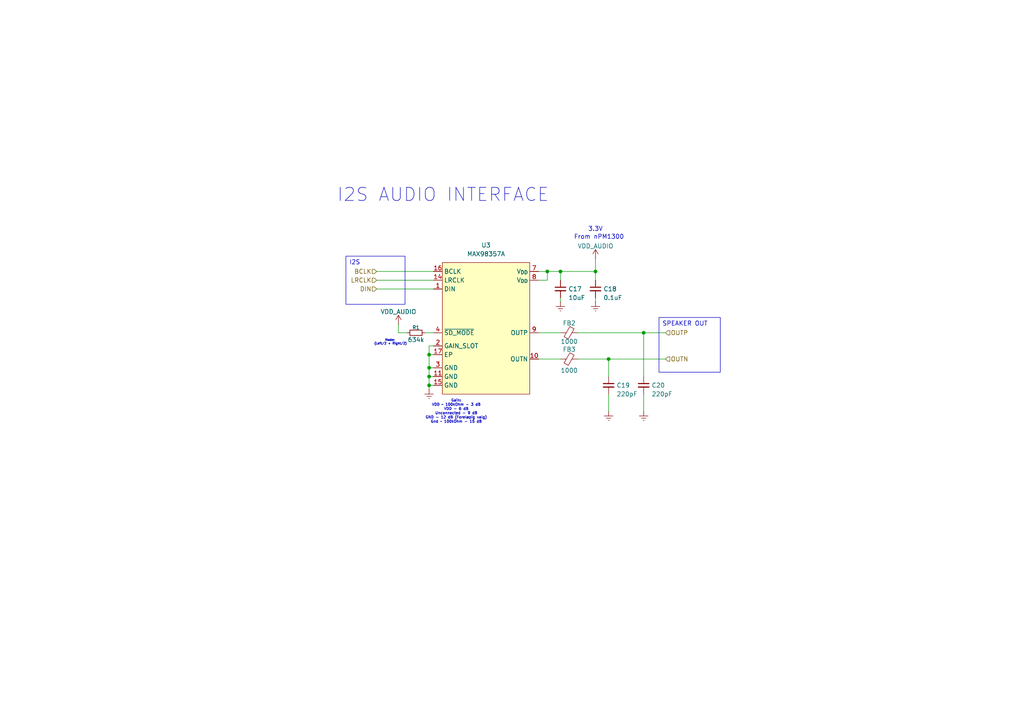
<source format=kicad_sch>
(kicad_sch (version 20250114) (generator "eeschema") (generator_version "9.0")
  (paper "A4")
  (lib_symbols
    (symbol "Device:C_Small" (pin_numbers (hide yes)) (pin_names (offset 0.254) (hide yes))
      (property "Reference" "C" (at 0.254 1.778 0))
      (property "Value" "C_Small" (at 0.254 -2.032 0))
      (symbol "C_Small_0_1"
        (polyline (pts (xy -1.524 0.508) (xy 1.524 0.508)) (stroke (width 0.3048)))
        (polyline (pts (xy -1.524 -0.508) (xy 1.524 -0.508)) (stroke (width 0.3302)))
      )
      (symbol "C_Small_1_1"
        (pin passive line (at 0 2.54 270) (length 2.032) (name "~") (number "1"))
        (pin passive line (at 0 -2.54 90) (length 2.032) (name "~") (number "2"))
      )
    )
    (symbol "Device:FerriteBead_Small" (pin_numbers (hide yes)) (pin_names (offset 0))
      (property "Reference" "FB" (at 1.905 1.27 0))
      (property "Value" "FerriteBead_Small" (at 1.905 -1.27 0))
      (symbol "FerriteBead_Small_0_1"
        (polyline (pts (xy -1.8288 0.2794) (xy -1.1176 1.4986) (xy 1.8288 -0.2032) (xy 1.1176 -1.4224) (xy -1.8288 0.2794)))
        (polyline (pts (xy 0 0.889) (xy 0 1.2954)))
        (polyline (pts (xy 0 -1.27) (xy 0 -0.7874)))
      )
      (symbol "FerriteBead_Small_1_1"
        (pin passive line (at 0 2.54 270) (length 1.27) (name "~") (number "1"))
        (pin passive line (at 0 -2.54 90) (length 1.27) (name "~") (number "2"))
      )
    )
    (symbol "Device:R_Small" (pin_numbers (hide yes)) (pin_names (offset 0.254) (hide yes))
      (property "Reference" "R" (at 0 0 90))
      (property "Value" "R_Small" (at 1.778 0 90))
      (symbol "R_Small_0_1"
        (rectangle (start -0.762 1.778) (end 0.762 -1.778) (stroke (width 0.2032)))
      )
      (symbol "R_Small_1_1"
        (pin passive line (at 0 2.54 270) (length 0.762) (name "~") (number "1"))
        (pin passive line (at 0 -2.54 90) (length 0.762) (name "~") (number "2"))
      )
    )
    (symbol "Ekse:MAX98357A"
      (property "Reference" "U" (at -12.192 21.082 0))
      (property "Value" "MAX98357A" (at -7.366 19.05 0))
      (symbol "MAX98357A_1_1"
        (rectangle (start -12.7 17.78) (end 12.7 -20.32) (fill (type background)))
        (pin input line (at -15.24 15.24 0) (length 2.54) (name "BCLK") (number "16"))
        (pin input line (at -15.24 12.7 0) (length 2.54) (name "LRCLK") (number "14"))
        (pin input line (at -15.24 10.16 0) (length 2.54) (name "DIN") (number "1"))
        (pin input line (at -15.24 -2.54 0) (length 2.54) (name "~{SD_MODE}") (number "4"))
        (pin input line (at -15.24 -6.35 0) (length 2.54) (name "GAIN_SLOT") (number "2"))
        (pin power_in line (at -15.24 -8.89 0) (length 2.54) (name "EP") (number "17"))
        (pin power_in line (at -15.24 -12.7 0) (length 2.54) (name "GND") (number "3"))
        (pin power_in line (at -15.24 -15.24 0) (length 2.54) (name "GND") (number "11"))
        (pin power_in line (at -15.24 -17.78 0) (length 2.54) (name "GND") (number "15"))
        (pin power_in line (at 15.24 15.24 180) (length 2.54) (name "V_{DD}") (number "7"))
        (pin power_in line (at 15.24 12.7 180) (length 2.54) (name "V_{DD}") (number "8"))
        (pin output line (at 15.24 -2.54 180) (length 2.54) (name "OUTP") (number "9"))
        (pin output line (at 15.24 -10.16 180) (length 2.54) (name "OUTN") (number "10"))
      )
    )
    (symbol "power:+3V3" (power) (pin_numbers (hide yes)) (pin_names (offset 0) (hide yes))
      (property "Value" "+3V3" (at 0 3.556 0))
      (symbol "+3V3_0_1"
        (polyline (pts (xy -0.762 1.27) (xy 0 2.54)))
        (polyline (pts (xy 0 2.54) (xy 0.762 1.27)))
        (polyline (pts (xy 0 0) (xy 0 2.54)))
      )
      (symbol "+3V3_1_1"
        (pin power_in line (at 0 0 90) (length 0) (name "~") (number "1"))
      )
    )
    (symbol "power:Earth" (power) (pin_numbers (hide yes)) (pin_names (offset 0) (hide yes))
      (property "Value" "Earth" (at 0 -3.81 0))
      (symbol "Earth_0_1"
        (polyline (pts (xy -0.635 -1.905) (xy 0.635 -1.905)))
        (polyline (pts (xy -0.127 -2.54) (xy 0.127 -2.54)))
        (polyline (pts (xy 0 -1.27) (xy 0 0)))
        (polyline (pts (xy 1.27 -1.27) (xy -1.27 -1.27)))
      )
      (symbol "Earth_1_1"
        (pin power_in line (at 0 0 270) (length 0) (name "~") (number "1"))
      )
    )
  )
  (text "Gain:\nVDD ~ 100kOhm - 3 dB\nVDD - 6 dB\nUnconnected - 9 dB\nGND - 12 dB (Foreløpig valg)\nGnd ~ 100kOhm - 15 dB" (at 132.334 119.38 0) (effects (font (size 0.762 0.762))))
  (text "Mode: \n(Left/2 + Right/2)" (at 113.284 99.314 0) (effects (font (size 0.635 0.635))))
  (text "From nPM1300" (at 173.736 68.834 0) (effects (font (size 1.27 1.27))))
  (text "I2S AUDIO INTERFACE" (at 128.524 56.642 0) (effects (font (size 3.81 3.81))))
  (text "3.3V" (at 172.72 66.548 0) (effects (font (size 1.27 1.27))))
  (text_box "SPEAKER OUT\n" (at 191.135 92.075 0) (size 17.78 15.875) (margins 0.9525 0.9525 0.9525 0.9525) (effects (font (size 1.27 1.27)) (justify left top)))
  (text_box "I2S" (at 100.33 74.295 0) (size 17.145 13.97) (margins 0.9525 0.9525 0.9525 0.9525) (effects (font (size 1.27 1.27)) (justify left top)))
  (junction (at 186.69 96.52))
  (junction (at 172.72 78.74))
  (junction (at 124.46 102.87))
  (junction (at 162.56 78.74))
  (junction (at 176.53 104.14))
  (junction (at 124.46 109.22))
  (junction (at 158.75 78.74))
  (junction (at 124.46 106.68))
  (junction (at 124.46 111.76))
  (wire (pts (xy 162.56 78.74) (xy 162.56 81.28)))
  (wire (pts (xy 186.69 96.52) (xy 186.69 109.22)))
  (wire (pts (xy 124.46 106.68) (xy 124.46 109.22)))
  (wire (pts (xy 124.46 100.33) (xy 124.46 102.87)))
  (wire (pts (xy 124.46 100.33) (xy 125.73 100.33)))
  (wire (pts (xy 156.21 81.28) (xy 158.75 81.28)))
  (wire (pts (xy 156.21 96.52) (xy 162.56 96.52)))
  (wire (pts (xy 162.56 78.74) (xy 172.72 78.74)))
  (wire (pts (xy 186.69 114.3) (xy 186.69 119.38)))
  (wire (pts (xy 172.72 78.74) (xy 172.72 81.28)))
  (wire (pts (xy 176.53 104.14) (xy 176.53 109.22)))
  (wire (pts (xy 176.53 114.3) (xy 176.53 119.38)))
  (wire (pts (xy 186.69 96.52) (xy 193.04 96.52)))
  (wire (pts (xy 125.73 102.87) (xy 124.46 102.87)))
  (wire (pts (xy 124.46 102.87) (xy 124.46 106.68)))
  (wire (pts (xy 162.56 86.36) (xy 162.56 87.63)))
  (wire (pts (xy 156.21 78.74) (xy 158.75 78.74)))
  (wire (pts (xy 176.53 104.14) (xy 193.04 104.14)))
  (wire (pts (xy 156.21 104.14) (xy 162.56 104.14)))
  (wire (pts (xy 124.46 106.68) (xy 125.73 106.68)))
  (wire (pts (xy 124.46 111.76) (xy 125.73 111.76)))
  (wire (pts (xy 124.46 109.22) (xy 124.46 111.76)))
  (wire (pts (xy 115.57 93.98) (xy 115.57 96.52)))
  (wire (pts (xy 158.75 78.74) (xy 158.75 81.28)))
  (wire (pts (xy 158.75 78.74) (xy 162.56 78.74)))
  (wire (pts (xy 172.72 86.36) (xy 172.72 87.63)))
  (wire (pts (xy 124.46 109.22) (xy 125.73 109.22)))
  (wire (pts (xy 109.22 78.74) (xy 125.73 78.74)))
  (wire (pts (xy 167.64 104.14) (xy 176.53 104.14)))
  (wire (pts (xy 109.22 83.82) (xy 125.73 83.82)))
  (wire (pts (xy 118.11 96.52) (xy 115.57 96.52)))
  (wire (pts (xy 124.46 111.76) (xy 124.46 113.03)))
  (wire (pts (xy 109.22 81.28) (xy 125.73 81.28)))
  (wire (pts (xy 123.19 96.52) (xy 125.73 96.52)))
  (wire (pts (xy 172.72 74.93) (xy 172.72 78.74)))
  (wire (pts (xy 167.64 96.52) (xy 186.69 96.52)))
  (hierarchical_label "LRCLK" (shape input) (at 109.22 81.28 180))
  (hierarchical_label "DIN" (shape input) (at 109.22 83.82 180))
  (hierarchical_label "BCLK" (shape input) (at 109.22 78.74 180))
  (hierarchical_label "OUTN" (shape input) (at 193.04 104.14 0))
  (hierarchical_label "OUTP" (shape input) (at 193.04 96.52 0))
  (symbol (lib_id "Device:C_Small") (at 176.53 111.76 0) (unit 1)
    (property "Reference" "C19" (at 178.816 111.76 0) (effects (justify left)))
    (property "Value" "220pF" (at 178.816 114.3 0) (effects (justify left)))
    (property "Footprint" "Capacitor_SMD:C_0603_1608Metric" (effects (hide yes)))
    (property "Description" "Unpolarized capacitor, small symbol" (effects (hide yes)))
    (property "MPN" "C0603C221J5RACTM" (effects (hide yes)))
    (property "Price" "1.3" (effects (hide yes)))
  )
  (symbol (lib_id "power:Earth") (at 172.72 87.63 0) (unit 1)
    (property "Reference" "#PWR025" (effects (hide yes)))
    (property "Value" "GND" (effects (hide yes)))
    (property "Description" "Power symbol creates a global label with name \"GND\"" (effects (hide yes)))
  )
  (symbol (lib_id "power:Earth") (at 162.56 87.63 0) (unit 1)
    (property "Reference" "#PWR023" (effects (hide yes)))
    (property "Value" "GND" (effects (hide yes)))
    (property "Description" "Power symbol creates a global label with name \"GND\"" (effects (hide yes)))
  )
  (symbol (lib_id "Device:C_Small") (at 172.72 83.82 0) (unit 1)
    (property "Reference" "C18" (at 175.006 83.82 0) (effects (justify left)))
    (property "Value" "0.1uF" (at 175.006 86.36 0) (effects (justify left)))
    (property "Footprint" "Capacitor_SMD:C_0201_0603Metric" (effects (hide yes)))
    (property "Description" "Unpolarized capacitor, small symbol" (effects (hide yes)))
    (property "MPN" "KGM03BR51E104KH" (effects (hide yes)))
    (property "Price" "1.39" (effects (hide yes)))
  )
  (symbol (lib_id "power:Earth") (at 176.53 119.38 0) (unit 1)
    (property "Reference" "#PWR026" (effects (hide yes)))
    (property "Value" "GND" (effects (hide yes)))
    (property "Description" "Power symbol creates a global label with name \"GND\"" (effects (hide yes)))
  )
  (symbol (lib_id "Device:FerriteBead_Small") (at 165.1 96.52 90) (unit 1)
    (property "Reference" "FB2" (at 165.1 93.726 90))
    (property "Value" "1000" (at 165.1 99.06 90))
    (property "Footprint" "Capacitor_SMD:C_0805_2012Metric" (effects (hide yes)))
    (property "Description" "Ferrite bead, small symbol" (effects (hide yes)))
    (property "MPN" "BLM21SP102SN1D" (effects (hide yes)))
    (property "Price" "2.99" (effects (hide yes)))
  )
  (symbol (lib_id "Device:FerriteBead_Small") (at 165.1 104.14 90) (unit 1)
    (property "Reference" "FB3" (at 165.1 101.346 90))
    (property "Value" "1000" (at 165.1 107.442 90))
    (property "Footprint" "Capacitor_SMD:C_0805_2012Metric" (effects (hide yes)))
    (property "Description" "Ferrite bead, small symbol" (effects (hide yes)))
    (property "MPN" "BLM21SP102SN1D" (effects (hide yes)))
    (property "Price" "2.99" (effects (hide yes)))
  )
  (symbol (lib_id "power:Earth") (at 186.69 119.38 0) (unit 1)
    (property "Reference" "#PWR027" (effects (hide yes)))
    (property "Value" "GND" (effects (hide yes)))
    (property "Description" "Power symbol creates a global label with name \"GND\"" (effects (hide yes)))
  )
  (symbol (lib_id "power:+3V3") (at 115.57 93.98 0) (unit 1)
    (property "Reference" "#PWR024" (effects (hide yes)))
    (property "Value" "VDD_AUDIO" (at 115.57 90.424 0))
    (property "Description" "Power symbol creates a global label with name \"+3V3\"" (effects (hide yes)))
  )
  (symbol (lib_id "power:+3V3") (at 172.72 74.93 0) (unit 1)
    (property "Reference" "#PWR028" (effects (hide yes)))
    (property "Value" "VDD_AUDIO" (at 172.72 71.374 0))
    (property "Description" "Power symbol creates a global label with name \"+3V3\"" (effects (hide yes)))
  )
  (symbol (lib_id "Ekse:MAX98357A") (at 140.97 93.98 0) (unit 1)
    (property "Reference" "U3" (at 140.97 71.12 0))
    (property "Value" "MAX98357A" (at 140.97 73.66 0))
    (property "Footprint" "Ekse:TQFN-16-1EP_3x3mm_P0.5mm_EP1.6x1.6mm" (effects (hide yes)))
    (property "Datasheet" "https://www.analog.com/media/en/technical-documentation/data-sheets/max98357a-max98357b.pdf" (effects (hide yes)))
    (property "Description" "I2S DAC/Amplifier" (effects (hide yes)))
    (property "MPN" "MAX98357AETE+T" (effects (hide yes)))
    (property "Price" "51.62" (effects (hide yes)))
  )
  (symbol (lib_id "power:Earth") (at 124.46 113.03 0) (unit 1)
    (property "Reference" "#PWR022" (effects (hide yes)))
    (property "Value" "GND" (effects (hide yes)))
    (property "Description" "Power symbol creates a global label with name \"GND\"" (effects (hide yes)))
  )
  (symbol (lib_id "Device:R_Small") (at 120.65 96.52 90) (unit 1)
    (property "Reference" "R1" (at 120.65 94.996 90) (effects (font (size 1.016 1.016))))
    (property "Value" "634k" (at 120.65 98.552 90))
    (property "Footprint" "Resistor_SMD:R_0603_1608Metric" (effects (hide yes)))
    (property "Description" "Resistor, small symbol" (effects (hide yes)))
    (property "MPN" "CRCW0603634KDHTAP" (effects (hide yes)))
    (property "Price" "3.89" (effects (hide yes)))
  )
  (symbol (lib_id "Device:C_Small") (at 162.56 83.82 0) (unit 1)
    (property "Reference" "C17" (at 164.846 83.82 0) (effects (justify left)))
    (property "Value" "10uF" (at 164.846 86.36 0) (effects (justify left)))
    (property "Footprint" "Capacitor_SMD:C_0603_1608Metric" (effects (hide yes)))
    (property "Description" "Unpolarized capacitor, small symbol" (effects (hide yes)))
    (property "MPN" "KGM15CR51E106KT" (effects (hide yes)))
    (property "Price" "5.09" (effects (hide yes)))
  )
  (symbol (lib_id "Device:C_Small") (at 186.69 111.76 0) (unit 1)
    (property "Reference" "C20" (at 188.976 111.76 0) (effects (justify left)))
    (property "Value" "220pF" (at 188.976 114.3 0) (effects (justify left)))
    (property "Footprint" "Capacitor_SMD:C_0603_1608Metric" (effects (hide yes)))
    (property "Description" "Unpolarized capacitor, small symbol" (effects (hide yes)))
    (property "MPN" "C0603C221J5RACTM" (effects (hide yes)))
    (property "Price" "1.3" (effects (hide yes)))
  )
)
</source>
